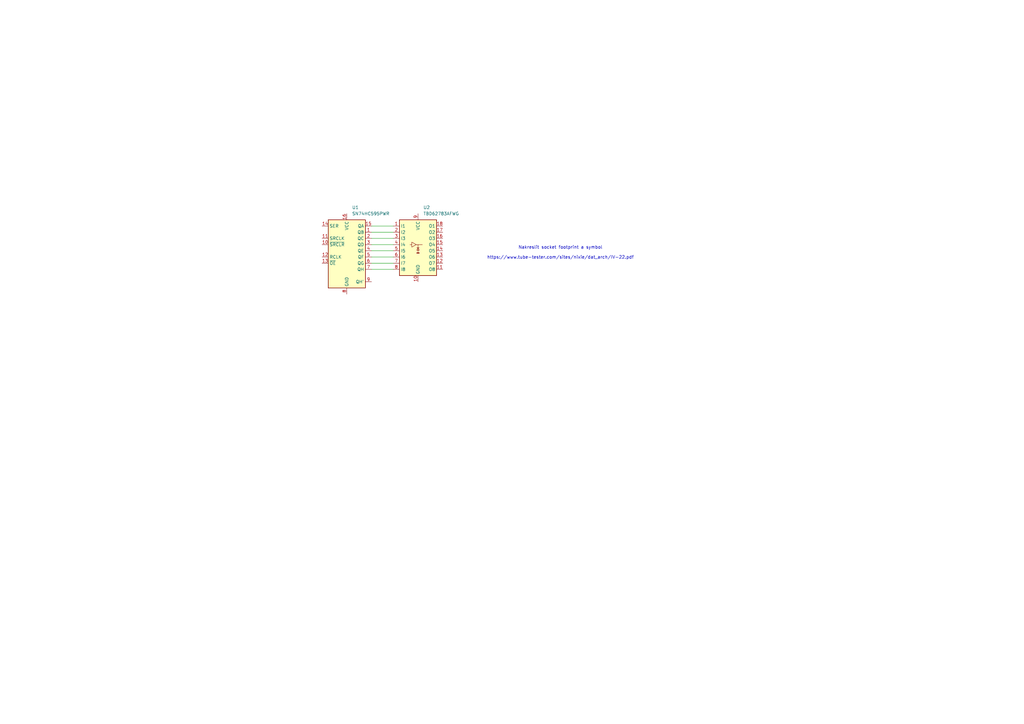
<source format=kicad_sch>
(kicad_sch (version 20250114) (generator "eeschema") (generator_version "9.0")
  (paper "A3")
  (lib_symbols
    (symbol "74xx:74HC595"
      (property "Reference" "U" (at -7.62 13.97 0))
      (property "Value" "74HC595" (at -7.62 -16.51 0))
      (symbol "74HC595_1_0"
        (pin input line (at -10.16 10.16 0) (length 2.54) (name "SER") (number "14"))
        (pin input line (at -10.16 5.08 0) (length 2.54) (name "SRCLK") (number "11"))
        (pin input line (at -10.16 2.54 0) (length 2.54) (name "~{SRCLR}") (number "10"))
        (pin input line (at -10.16 -2.54 0) (length 2.54) (name "RCLK") (number "12"))
        (pin input line (at -10.16 -5.08 0) (length 2.54) (name "~{OE}") (number "13"))
        (pin power_in line (at 0 15.24 270) (length 2.54) (name "VCC") (number "16"))
        (pin power_in line (at 0 -17.78 90) (length 2.54) (name "GND") (number "8"))
        (pin tri_state line (at 10.16 10.16 180) (length 2.54) (name "QA") (number "15"))
        (pin tri_state line (at 10.16 7.62 180) (length 2.54) (name "QB") (number "1"))
        (pin tri_state line (at 10.16 5.08 180) (length 2.54) (name "QC") (number "2"))
        (pin tri_state line (at 10.16 2.54 180) (length 2.54) (name "QD") (number "3"))
        (pin tri_state line (at 10.16 0 180) (length 2.54) (name "QE") (number "4"))
        (pin tri_state line (at 10.16 -2.54 180) (length 2.54) (name "QF") (number "5"))
        (pin tri_state line (at 10.16 -5.08 180) (length 2.54) (name "QG") (number "6"))
        (pin tri_state line (at 10.16 -7.62 180) (length 2.54) (name "QH") (number "7"))
        (pin output line (at 10.16 -12.7 180) (length 2.54) (name "QH'") (number "9"))
      )
      (symbol "74HC595_1_1"
        (rectangle (start -7.62 12.7) (end 7.62 -15.24) (stroke (width 0.254)) (fill (type background)))
      )
    )
    (symbol "Transistor_Array:TBD62783A"
      (property "Reference" "U" (at -7.62 11.43 0))
      (property "Value" "TBD62783A" (at 1.27 11.43 0))
      (symbol "TBD62783A_0_1"
        (rectangle (start -7.62 10.16) (end 7.62 -12.7) (stroke (width 0.254)) (fill (type background)))
        (polyline (pts (xy -3.302 0) (xy -2.54 0) (xy -2.54 1.016) (xy -0.762 0) (xy -2.54 -1.016) (xy -2.54 0)))
        (polyline (pts (xy -1.778 2.794) (xy -1.778 2.794)) (stroke (width 0.254)))
        (polyline (pts (xy -1.778 2.032) (xy -1.778 2.032)) (stroke (width 0.254)))
        (polyline (pts (xy -1.778 1.27) (xy -1.778 1.27)) (stroke (width 0.254)))
        (polyline (pts (xy -1.778 -1.27) (xy -1.778 -1.27)) (stroke (width 0.254)))
        (polyline (pts (xy -1.778 -2.032) (xy -1.778 -2.032)) (stroke (width 0.254)))
        (polyline (pts (xy -1.778 -2.794) (xy -1.778 -2.794)) (stroke (width 0.254)))
        (polyline (pts (xy -0.762 0) (xy 1.778 0)))
        (polyline (pts (xy -0.508 -1.27) (xy 0.508 -1.27)))
        (rectangle (start -0.508 -3.302) (end 0.508 -3.556) (fill (type outline)))
        (polyline (pts (xy 0 0) (xy 0 0)) (stroke (width 0.508)))
        (polyline (pts (xy 0 0) (xy 0 -3.302)))
        (polyline (pts (xy 0 -1.27) (xy -0.508 -2.286) (xy 0.508 -2.286) (xy 0 -1.27)))
      )
      (symbol "TBD62783A_1_1"
        (pin input line (at -10.16 7.62 0) (length 2.54) (name "I1") (number "1"))
        (pin input line (at -10.16 5.08 0) (length 2.54) (name "I2") (number "2"))
        (pin input line (at -10.16 2.54 0) (length 2.54) (name "I3") (number "3"))
        (pin input line (at -10.16 0 0) (length 2.54) (name "I4") (number "4"))
        (pin input line (at -10.16 -2.54 0) (length 2.54) (name "I5") (number "5"))
        (pin input line (at -10.16 -5.08 0) (length 2.54) (name "I6") (number "6"))
        (pin input line (at -10.16 -7.62 0) (length 2.54) (name "I7") (number "7"))
        (pin input line (at -10.16 -10.16 0) (length 2.54) (name "I8") (number "8"))
        (pin power_in line (at 0 12.7 270) (length 2.54) (name "VCC") (number "9"))
        (pin power_in line (at 0 -15.24 90) (length 2.54) (name "GND") (number "10"))
        (pin open_emitter line (at 10.16 7.62 180) (length 2.54) (name "O1") (number "18"))
        (pin open_emitter line (at 10.16 5.08 180) (length 2.54) (name "O2") (number "17"))
        (pin open_emitter line (at 10.16 2.54 180) (length 2.54) (name "O3") (number "16"))
        (pin open_emitter line (at 10.16 0 180) (length 2.54) (name "O4") (number "15"))
        (pin open_emitter line (at 10.16 -2.54 180) (length 2.54) (name "O5") (number "14"))
        (pin open_emitter line (at 10.16 -5.08 180) (length 2.54) (name "O6") (number "13"))
        (pin open_emitter line (at 10.16 -7.62 180) (length 2.54) (name "O7") (number "12"))
        (pin open_emitter line (at 10.16 -10.16 180) (length 2.54) (name "O8") (number "11"))
      )
    )
  )
  (text "Nakreslit socket footprint a symbol\n\nhttps://www.tube-tester.com/sites/nixie/dat_arch/IV-22.pdf" (at 229.87 103.632 0) (effects (font (size 1.27 1.27))))
  (wire (pts (xy 152.4 105.41) (xy 161.29 105.41)))
  (wire (pts (xy 152.4 97.79) (xy 161.29 97.79)))
  (wire (pts (xy 152.4 95.25) (xy 161.29 95.25)))
  (wire (pts (xy 152.4 110.49) (xy 161.29 110.49)))
  (wire (pts (xy 152.4 102.87) (xy 161.29 102.87)))
  (wire (pts (xy 152.4 92.71) (xy 161.29 92.71)))
  (wire (pts (xy 152.4 100.33) (xy 161.29 100.33)))
  (wire (pts (xy 152.4 107.95) (xy 161.29 107.95)))
  (symbol (lib_id "74xx:74HC595") (at 142.24 102.87 0) (unit 1)
    (property "Reference" "U1" (at 144.3833 85.09 0) (effects (justify left)))
    (property "Value" "SN74HC595PWR" (at 144.3833 87.63 0) (effects (justify left)))
    (property "Datasheet" "http://www.ti.com/lit/ds/symlink/sn74hc595.pdf" (effects (hide yes)))
    (property "Description" "8-bit serial in/out Shift Register 3-State Outputs" (effects (hide yes)))
  )
  (symbol (lib_id "Transistor_Array:TBD62783A") (at 171.45 100.33 0) (unit 1)
    (property "Reference" "U2" (at 173.5933 85.09 0) (effects (justify left)))
    (property "Value" "TBD62783AFWG" (at 173.5933 87.63 0) (effects (justify left)))
    (property "Datasheet" "http://toshiba.semicon-storage.com/info/docget.jsp?did=30523&prodName=TBD62783APG" (effects (hide yes)))
    (property "Description" "8-Channel Source Type Transistor Array, TTL and CMOS compatible, 500mA, 50V, DIP-18/SOP-18/SSOP-18/SOIC-18W" (effects (hide yes)))
  )
)
</source>
